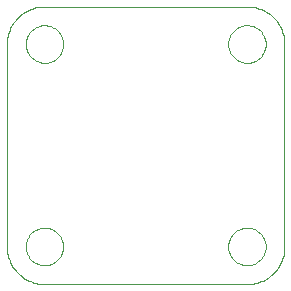
<source format=gbp>
G75*
G70*
%OFA0B0*%
%FSLAX24Y24*%
%IPPOS*%
%LPD*%
%AMOC8*
5,1,8,0,0,1.08239X$1,22.5*
%
%ADD10C,0.0000*%
D10*
X000680Y001930D02*
X000680Y008680D01*
X000682Y008748D01*
X000687Y008815D01*
X000696Y008882D01*
X000709Y008949D01*
X000726Y009014D01*
X000745Y009079D01*
X000769Y009143D01*
X000796Y009205D01*
X000826Y009266D01*
X000859Y009324D01*
X000895Y009381D01*
X000935Y009436D01*
X000977Y009489D01*
X001023Y009540D01*
X001070Y009587D01*
X001121Y009633D01*
X001174Y009675D01*
X001229Y009715D01*
X001286Y009751D01*
X001344Y009784D01*
X001405Y009814D01*
X001467Y009841D01*
X001531Y009865D01*
X001596Y009884D01*
X001661Y009901D01*
X001728Y009914D01*
X001795Y009923D01*
X001862Y009928D01*
X001930Y009930D01*
X008680Y009930D01*
X008748Y009928D01*
X008815Y009923D01*
X008882Y009914D01*
X008949Y009901D01*
X009014Y009884D01*
X009079Y009865D01*
X009143Y009841D01*
X009205Y009814D01*
X009266Y009784D01*
X009324Y009751D01*
X009381Y009715D01*
X009436Y009675D01*
X009489Y009633D01*
X009540Y009587D01*
X009587Y009540D01*
X009633Y009489D01*
X009675Y009436D01*
X009715Y009381D01*
X009751Y009324D01*
X009784Y009266D01*
X009814Y009205D01*
X009841Y009143D01*
X009865Y009079D01*
X009884Y009014D01*
X009901Y008949D01*
X009914Y008882D01*
X009923Y008815D01*
X009928Y008748D01*
X009930Y008680D01*
X009930Y001930D01*
X009928Y001862D01*
X009923Y001795D01*
X009914Y001728D01*
X009901Y001661D01*
X009884Y001596D01*
X009865Y001531D01*
X009841Y001467D01*
X009814Y001405D01*
X009784Y001344D01*
X009751Y001286D01*
X009715Y001229D01*
X009675Y001174D01*
X009633Y001121D01*
X009587Y001070D01*
X009540Y001023D01*
X009489Y000977D01*
X009436Y000935D01*
X009381Y000895D01*
X009324Y000859D01*
X009266Y000826D01*
X009205Y000796D01*
X009143Y000769D01*
X009079Y000745D01*
X009014Y000726D01*
X008949Y000709D01*
X008882Y000696D01*
X008815Y000687D01*
X008748Y000682D01*
X008680Y000680D01*
X001930Y000680D01*
X001862Y000682D01*
X001795Y000687D01*
X001728Y000696D01*
X001661Y000709D01*
X001596Y000726D01*
X001531Y000745D01*
X001467Y000769D01*
X001405Y000796D01*
X001344Y000826D01*
X001286Y000859D01*
X001229Y000895D01*
X001174Y000935D01*
X001121Y000977D01*
X001070Y001023D01*
X001023Y001070D01*
X000977Y001121D01*
X000935Y001174D01*
X000895Y001229D01*
X000859Y001286D01*
X000826Y001344D01*
X000796Y001405D01*
X000769Y001467D01*
X000745Y001531D01*
X000726Y001596D01*
X000709Y001661D01*
X000696Y001728D01*
X000687Y001795D01*
X000682Y001862D01*
X000680Y001930D01*
X001305Y001930D02*
X001307Y001980D01*
X001313Y002029D01*
X001323Y002078D01*
X001336Y002125D01*
X001354Y002172D01*
X001375Y002217D01*
X001399Y002260D01*
X001427Y002301D01*
X001458Y002340D01*
X001492Y002376D01*
X001529Y002410D01*
X001569Y002440D01*
X001610Y002467D01*
X001654Y002491D01*
X001699Y002511D01*
X001746Y002527D01*
X001794Y002540D01*
X001843Y002549D01*
X001893Y002554D01*
X001942Y002555D01*
X001992Y002552D01*
X002041Y002545D01*
X002090Y002534D01*
X002137Y002520D01*
X002183Y002501D01*
X002228Y002479D01*
X002271Y002454D01*
X002311Y002425D01*
X002349Y002393D01*
X002385Y002359D01*
X002418Y002321D01*
X002447Y002281D01*
X002473Y002239D01*
X002496Y002195D01*
X002515Y002149D01*
X002531Y002102D01*
X002543Y002053D01*
X002551Y002004D01*
X002555Y001955D01*
X002555Y001905D01*
X002551Y001856D01*
X002543Y001807D01*
X002531Y001758D01*
X002515Y001711D01*
X002496Y001665D01*
X002473Y001621D01*
X002447Y001579D01*
X002418Y001539D01*
X002385Y001501D01*
X002349Y001467D01*
X002311Y001435D01*
X002271Y001406D01*
X002228Y001381D01*
X002183Y001359D01*
X002137Y001340D01*
X002090Y001326D01*
X002041Y001315D01*
X001992Y001308D01*
X001942Y001305D01*
X001893Y001306D01*
X001843Y001311D01*
X001794Y001320D01*
X001746Y001333D01*
X001699Y001349D01*
X001654Y001369D01*
X001610Y001393D01*
X001569Y001420D01*
X001529Y001450D01*
X001492Y001484D01*
X001458Y001520D01*
X001427Y001559D01*
X001399Y001600D01*
X001375Y001643D01*
X001354Y001688D01*
X001336Y001735D01*
X001323Y001782D01*
X001313Y001831D01*
X001307Y001880D01*
X001305Y001930D01*
X001305Y008680D02*
X001307Y008730D01*
X001313Y008779D01*
X001323Y008828D01*
X001336Y008875D01*
X001354Y008922D01*
X001375Y008967D01*
X001399Y009010D01*
X001427Y009051D01*
X001458Y009090D01*
X001492Y009126D01*
X001529Y009160D01*
X001569Y009190D01*
X001610Y009217D01*
X001654Y009241D01*
X001699Y009261D01*
X001746Y009277D01*
X001794Y009290D01*
X001843Y009299D01*
X001893Y009304D01*
X001942Y009305D01*
X001992Y009302D01*
X002041Y009295D01*
X002090Y009284D01*
X002137Y009270D01*
X002183Y009251D01*
X002228Y009229D01*
X002271Y009204D01*
X002311Y009175D01*
X002349Y009143D01*
X002385Y009109D01*
X002418Y009071D01*
X002447Y009031D01*
X002473Y008989D01*
X002496Y008945D01*
X002515Y008899D01*
X002531Y008852D01*
X002543Y008803D01*
X002551Y008754D01*
X002555Y008705D01*
X002555Y008655D01*
X002551Y008606D01*
X002543Y008557D01*
X002531Y008508D01*
X002515Y008461D01*
X002496Y008415D01*
X002473Y008371D01*
X002447Y008329D01*
X002418Y008289D01*
X002385Y008251D01*
X002349Y008217D01*
X002311Y008185D01*
X002271Y008156D01*
X002228Y008131D01*
X002183Y008109D01*
X002137Y008090D01*
X002090Y008076D01*
X002041Y008065D01*
X001992Y008058D01*
X001942Y008055D01*
X001893Y008056D01*
X001843Y008061D01*
X001794Y008070D01*
X001746Y008083D01*
X001699Y008099D01*
X001654Y008119D01*
X001610Y008143D01*
X001569Y008170D01*
X001529Y008200D01*
X001492Y008234D01*
X001458Y008270D01*
X001427Y008309D01*
X001399Y008350D01*
X001375Y008393D01*
X001354Y008438D01*
X001336Y008485D01*
X001323Y008532D01*
X001313Y008581D01*
X001307Y008630D01*
X001305Y008680D01*
X008055Y008680D02*
X008057Y008730D01*
X008063Y008779D01*
X008073Y008828D01*
X008086Y008875D01*
X008104Y008922D01*
X008125Y008967D01*
X008149Y009010D01*
X008177Y009051D01*
X008208Y009090D01*
X008242Y009126D01*
X008279Y009160D01*
X008319Y009190D01*
X008360Y009217D01*
X008404Y009241D01*
X008449Y009261D01*
X008496Y009277D01*
X008544Y009290D01*
X008593Y009299D01*
X008643Y009304D01*
X008692Y009305D01*
X008742Y009302D01*
X008791Y009295D01*
X008840Y009284D01*
X008887Y009270D01*
X008933Y009251D01*
X008978Y009229D01*
X009021Y009204D01*
X009061Y009175D01*
X009099Y009143D01*
X009135Y009109D01*
X009168Y009071D01*
X009197Y009031D01*
X009223Y008989D01*
X009246Y008945D01*
X009265Y008899D01*
X009281Y008852D01*
X009293Y008803D01*
X009301Y008754D01*
X009305Y008705D01*
X009305Y008655D01*
X009301Y008606D01*
X009293Y008557D01*
X009281Y008508D01*
X009265Y008461D01*
X009246Y008415D01*
X009223Y008371D01*
X009197Y008329D01*
X009168Y008289D01*
X009135Y008251D01*
X009099Y008217D01*
X009061Y008185D01*
X009021Y008156D01*
X008978Y008131D01*
X008933Y008109D01*
X008887Y008090D01*
X008840Y008076D01*
X008791Y008065D01*
X008742Y008058D01*
X008692Y008055D01*
X008643Y008056D01*
X008593Y008061D01*
X008544Y008070D01*
X008496Y008083D01*
X008449Y008099D01*
X008404Y008119D01*
X008360Y008143D01*
X008319Y008170D01*
X008279Y008200D01*
X008242Y008234D01*
X008208Y008270D01*
X008177Y008309D01*
X008149Y008350D01*
X008125Y008393D01*
X008104Y008438D01*
X008086Y008485D01*
X008073Y008532D01*
X008063Y008581D01*
X008057Y008630D01*
X008055Y008680D01*
X008055Y001930D02*
X008057Y001980D01*
X008063Y002029D01*
X008073Y002078D01*
X008086Y002125D01*
X008104Y002172D01*
X008125Y002217D01*
X008149Y002260D01*
X008177Y002301D01*
X008208Y002340D01*
X008242Y002376D01*
X008279Y002410D01*
X008319Y002440D01*
X008360Y002467D01*
X008404Y002491D01*
X008449Y002511D01*
X008496Y002527D01*
X008544Y002540D01*
X008593Y002549D01*
X008643Y002554D01*
X008692Y002555D01*
X008742Y002552D01*
X008791Y002545D01*
X008840Y002534D01*
X008887Y002520D01*
X008933Y002501D01*
X008978Y002479D01*
X009021Y002454D01*
X009061Y002425D01*
X009099Y002393D01*
X009135Y002359D01*
X009168Y002321D01*
X009197Y002281D01*
X009223Y002239D01*
X009246Y002195D01*
X009265Y002149D01*
X009281Y002102D01*
X009293Y002053D01*
X009301Y002004D01*
X009305Y001955D01*
X009305Y001905D01*
X009301Y001856D01*
X009293Y001807D01*
X009281Y001758D01*
X009265Y001711D01*
X009246Y001665D01*
X009223Y001621D01*
X009197Y001579D01*
X009168Y001539D01*
X009135Y001501D01*
X009099Y001467D01*
X009061Y001435D01*
X009021Y001406D01*
X008978Y001381D01*
X008933Y001359D01*
X008887Y001340D01*
X008840Y001326D01*
X008791Y001315D01*
X008742Y001308D01*
X008692Y001305D01*
X008643Y001306D01*
X008593Y001311D01*
X008544Y001320D01*
X008496Y001333D01*
X008449Y001349D01*
X008404Y001369D01*
X008360Y001393D01*
X008319Y001420D01*
X008279Y001450D01*
X008242Y001484D01*
X008208Y001520D01*
X008177Y001559D01*
X008149Y001600D01*
X008125Y001643D01*
X008104Y001688D01*
X008086Y001735D01*
X008073Y001782D01*
X008063Y001831D01*
X008057Y001880D01*
X008055Y001930D01*
M02*

</source>
